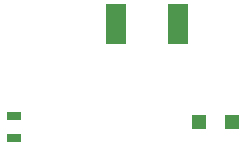
<source format=gtp>
G04 #@! TF.GenerationSoftware,KiCad,Pcbnew,5.1.4-e60b266~84~ubuntu18.04.1*
G04 #@! TF.CreationDate,2020-01-06T17:57:10-05:00*
G04 #@! TF.ProjectId,AIR_MINUS,4149525f-4d49-44e5-9553-2e6b69636164,rev?*
G04 #@! TF.SameCoordinates,Original*
G04 #@! TF.FileFunction,Paste,Top*
G04 #@! TF.FilePolarity,Positive*
%FSLAX46Y46*%
G04 Gerber Fmt 4.6, Leading zero omitted, Abs format (unit mm)*
G04 Created by KiCad (PCBNEW 5.1.4-e60b266~84~ubuntu18.04.1) date 2020-01-06 17:57:10*
%MOMM*%
%LPD*%
G04 APERTURE LIST*
%ADD10R,1.200000X1.200000*%
%ADD11R,1.780000X3.500000*%
%ADD12R,1.300000X0.700000*%
G04 APERTURE END LIST*
D10*
X113204800Y-173583600D03*
X116004800Y-173583600D03*
D11*
X106172000Y-165252400D03*
X111452000Y-165252400D03*
D12*
X97485200Y-173075600D03*
X97485200Y-174975600D03*
M02*

</source>
